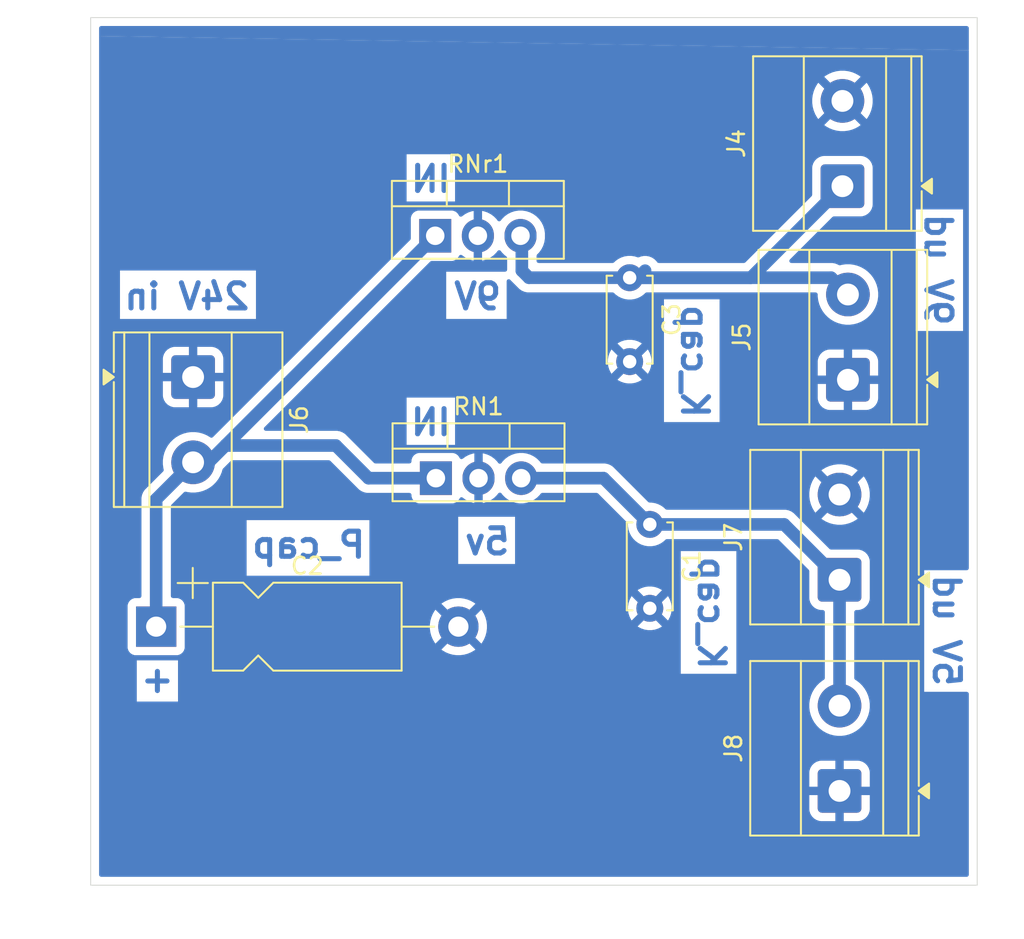
<source format=kicad_pcb>
(kicad_pcb (version 20241229) (generator "pcbnew") (generator_version "9.0")
  (layers (0 "F.Cu" signal) (2 "B.Cu" signal) (13 "F.Paste" user) (15 "B.Paste" user) (5 "F.SilkS" user "F.Silkscreen") (7 "B.SilkS" user "B.Silkscreen") (1 "F.Mask" user) (3 "B.Mask" user) (25 "Edge.Cuts" user))
  (net 0 "")
  (net 1 "GND")
  (net 2 "Net-(J4-Pin_1)")
  (net 3 "/5V")
  (net 4 "Net-(J6-Pin_2)")
  (footprint "Capacitor_THT:C_Disc_D5.0mm_W2.5mm_P5.00mm" (layer "F.Cu") (at 54.2 48.7 -90)
    (property "Reference" "C1" (at 2.5 -2.5 90) (layer "F.SilkS"))
    (property "Value" "Kermaisk_cap")
    (fp_line (start -0.12 1.37) (end 5.12 1.37) (stroke (width 0.12)) (layer "F.SilkS"))
    (fp_line (start -0.12 1.033) (end -0.12 1.37) (stroke (width 0.12)) (layer "F.SilkS"))
    (fp_line (start 5.12 1.033) (end 5.12 1.37) (stroke (width 0.12)) (layer "F.SilkS"))
    (fp_line (start -0.12 -1.37) (end -0.12 -1.033) (stroke (width 0.12)) (layer "F.SilkS"))
    (fp_line (start -0.12 -1.37) (end 5.12 -1.37) (stroke (width 0.12)) (layer "F.SilkS"))
    (fp_line (start 5.12 -1.37) (end 5.12 -1.033) (stroke (width 0.12)) (layer "F.SilkS"))
    (pad "1" thru_hole circle (at 0 0 270) (size 1.6 1.6) (drill 0.8) (layers "*.Cu" "*.Mask") (net 3 "/5V"))
    (pad "2" thru_hole circle (at 5 0 270) (size 1.6 1.6) (drill 0.8) (layers "*.Cu" "*.Mask") (net 1 "GND"))
  )
  (footprint "Package_TO_SOT_THT:TO-220-3_Vertical" (layer "F.Cu") (at 41.46 45.945)
    (property "Reference" "RN1" (at 2.54 -4.27 0) (layer "F.SilkS"))
    (property "Value" "5V_div")
    (fp_line (start -2.58 -3.27) (end -2.58 1.371) (stroke (width 0.12)) (layer "F.SilkS"))
    (fp_line (start -2.58 -3.27) (end 7.66 -3.27) (stroke (width 0.12)) (layer "F.SilkS"))
    (fp_line (start -2.58 -1.76) (end 7.66 -1.76) (stroke (width 0.12)) (layer "F.SilkS"))
    (fp_line (start -2.58 1.371) (end 7.66 1.371) (stroke (width 0.12)) (layer "F.SilkS"))
    (fp_line (start 0.69 -3.27) (end 0.69 -1.76) (stroke (width 0.12)) (layer "F.SilkS"))
    (fp_line (start 4.391 -3.27) (end 4.391 -1.76) (stroke (width 0.12)) (layer "F.SilkS"))
    (fp_line (start 7.66 -3.27) (end 7.66 1.371) (stroke (width 0.12)) (layer "F.SilkS"))
    (pad "1" thru_hole rect (at 0 0) (size 1.905 2) (drill 1.1) (layers "*.Cu" "*.Mask") (net 4 "Net-(J6-Pin_2)"))
    (pad "2" thru_hole oval (at 2.54 0) (size 1.905 2) (drill 1.1) (layers "*.Cu" "*.Mask") (net 1 "GND"))
    (pad "3" thru_hole oval (at 5.08 0) (size 1.905 2) (drill 1.1) (layers "*.Cu" "*.Mask") (net 3 "/5V"))
  )
  (footprint "TerminalBlock_Phoenix:TerminalBlock_Phoenix_MKDS-1,5-2-5.08_1x02_P5.08mm_Horizontal" (layer "F.Cu") (at 66 40.08 90)
    (property "Reference" "J5" (at 2.54 -6.32 90) (layer "F.SilkS"))
    (property "Value" "Screw_Terminal_01x02")
    (fp_line (start 7.74 -5.32) (end 7.74 4.72) (stroke (width 0.12)) (layer "F.SilkS"))
    (fp_line (start -2.66 -5.32) (end 7.74 -5.32) (stroke (width 0.12)) (layer "F.SilkS"))
    (fp_line (start -2.66 -5.32) (end -2.66 4.72) (stroke (width 0.12)) (layer "F.SilkS"))
    (fp_line (start -2.66 -2.3) (end 7.74 -2.3) (stroke (width 0.12)) (layer "F.SilkS"))
    (fp_line (start -2.66 2.6) (end 7.74 2.6) (stroke (width 0.12)) (layer "F.SilkS"))
    (fp_line (start -2.66 4.1) (end 7.74 4.1) (stroke (width 0.12)) (layer "F.SilkS"))
    (fp_line (start 0.3 4.72) (end 7.74 4.72) (stroke (width 0.12)) (layer "F.SilkS"))
    (fp_line (start -2.66 4.72) (end -0.3 4.72) (stroke (width 0.12)) (layer "F.SilkS"))
    (fp_poly (pts (xy 0 4.72) (xy 0.44 5.33) (xy -0.44 5.33)) (stroke (width 0.12)) (fill yes) (layer "F.SilkS"))
    (pad "1" thru_hole roundrect (at 0 0 90) (size 2.6 2.6) (drill 1.3) (layers "*.Cu" "*.Mask") (roundrect_rratio 0.096154) (net 1 "GND"))
    (pad "2" thru_hole circle (at 5.08 0 90) (size 2.6 2.6) (drill 1.3) (layers "*.Cu" "*.Mask") (net 2 "Net-(J4-Pin_1)"))
  )
  (footprint "Package_TO_SOT_THT:TO-220-3_Vertical" (layer "F.Cu") (at 41.42 31.5)
    (property "Reference" "RNr1" (at 2.54 -4.27 0) (layer "F.SilkS"))
    (property "Value" "9V_div")
    (fp_line (start -2.58 -3.27) (end -2.58 1.371) (stroke (width 0.12)) (layer "F.SilkS"))
    (fp_line (start -2.58 -3.27) (end 7.66 -3.27) (stroke (width 0.12)) (layer "F.SilkS"))
    (fp_line (start -2.58 -1.76) (end 7.66 -1.76) (stroke (width 0.12)) (layer "F.SilkS"))
    (fp_line (start -2.58 1.371) (end 7.66 1.371) (stroke (width 0.12)) (layer "F.SilkS"))
    (fp_line (start 0.69 -3.27) (end 0.69 -1.76) (stroke (width 0.12)) (layer "F.SilkS"))
    (fp_line (start 4.391 -3.27) (end 4.391 -1.76) (stroke (width 0.12)) (layer "F.SilkS"))
    (fp_line (start 7.66 -3.27) (end 7.66 1.371) (stroke (width 0.12)) (layer "F.SilkS"))
    (pad "1" thru_hole rect (at 0 0) (size 1.905 2) (drill 1.1) (layers "*.Cu" "*.Mask") (net 4 "Net-(J6-Pin_2)"))
    (pad "2" thru_hole oval (at 2.54 0) (size 1.905 2) (drill 1.1) (layers "*.Cu" "*.Mask") (net 1 "GND"))
    (pad "3" thru_hole oval (at 5.08 0) (size 1.905 2) (drill 1.1) (layers "*.Cu" "*.Mask") (net 2 "Net-(J4-Pin_1)"))
  )
  (footprint "TerminalBlock_Phoenix:TerminalBlock_Phoenix_MKDS-1,5-2-5.08_1x02_P5.08mm_Horizontal" (layer "F.Cu") (at 65.5 52 90)
    (property "Reference" "J7" (at 2.54 -6.32 90) (layer "F.SilkS"))
    (property "Value" "Screw_Terminal_01x02")
    (fp_line (start 7.74 -5.32) (end 7.74 4.72) (stroke (width 0.12)) (layer "F.SilkS"))
    (fp_line (start -2.66 -5.32) (end 7.74 -5.32) (stroke (width 0.12)) (layer "F.SilkS"))
    (fp_line (start -2.66 -5.32) (end -2.66 4.72) (stroke (width 0.12)) (layer "F.SilkS"))
    (fp_line (start -2.66 -2.3) (end 7.74 -2.3) (stroke (width 0.12)) (layer "F.SilkS"))
    (fp_line (start -2.66 2.6) (end 7.74 2.6) (stroke (width 0.12)) (layer "F.SilkS"))
    (fp_line (start -2.66 4.1) (end 7.74 4.1) (stroke (width 0.12)) (layer "F.SilkS"))
    (fp_line (start 0.3 4.72) (end 7.74 4.72) (stroke (width 0.12)) (layer "F.SilkS"))
    (fp_line (start -2.66 4.72) (end -0.3 4.72) (stroke (width 0.12)) (layer "F.SilkS"))
    (fp_poly (pts (xy 0 4.72) (xy 0.44 5.33) (xy -0.44 5.33)) (stroke (width 0.12)) (fill yes) (layer "F.SilkS"))
    (pad "1" thru_hole roundrect (at 0 0 90) (size 2.6 2.6) (drill 1.3) (layers "*.Cu" "*.Mask") (roundrect_rratio 0.096154) (net 3 "/5V"))
    (pad "2" thru_hole circle (at 5.08 0 90) (size 2.6 2.6) (drill 1.3) (layers "*.Cu" "*.Mask") (net 1 "GND"))
  )
  (footprint "TerminalBlock_Phoenix:TerminalBlock_Phoenix_MKDS-1,5-2-5.08_1x02_P5.08mm_Horizontal" (layer "F.Cu") (at 65.5 64.58 90)
    (property "Reference" "J8" (at 2.54 -6.32 90) (layer "F.SilkS"))
    (property "Value" "Screw_Terminal_01x02")
    (fp_line (start 7.74 -5.32) (end 7.74 4.72) (stroke (width 0.12)) (layer "F.SilkS"))
    (fp_line (start -2.66 -5.32) (end 7.74 -5.32) (stroke (width 0.12)) (layer "F.SilkS"))
    (fp_line (start -2.66 -5.32) (end -2.66 4.72) (stroke (width 0.12)) (layer "F.SilkS"))
    (fp_line (start -2.66 -2.3) (end 7.74 -2.3) (stroke (width 0.12)) (layer "F.SilkS"))
    (fp_line (start -2.66 2.6) (end 7.74 2.6) (stroke (width 0.12)) (layer "F.SilkS"))
    (fp_line (start -2.66 4.1) (end 7.74 4.1) (stroke (width 0.12)) (layer "F.SilkS"))
    (fp_line (start 0.3 4.72) (end 7.74 4.72) (stroke (width 0.12)) (layer "F.SilkS"))
    (fp_line (start -2.66 4.72) (end -0.3 4.72) (stroke (width 0.12)) (layer "F.SilkS"))
    (fp_poly (pts (xy 0 4.72) (xy 0.44 5.33) (xy -0.44 5.33)) (stroke (width 0.12)) (fill yes) (layer "F.SilkS"))
    (pad "1" thru_hole roundrect (at 0 0 90) (size 2.6 2.6) (drill 1.3) (layers "*.Cu" "*.Mask") (roundrect_rratio 0.096154) (net 1 "GND"))
    (pad "2" thru_hole circle (at 5.08 0 90) (size 2.6 2.6) (drill 1.3) (layers "*.Cu" "*.Mask") (net 3 "/5V"))
  )
  (footprint "TerminalBlock_Phoenix:TerminalBlock_Phoenix_MKDS-1,5-2-5.08_1x02_P5.08mm_Horizontal" (layer "F.Cu") (at 27 39.92 -90)
    (property "Reference" "J6" (at 2.54 -6.32 90) (layer "F.SilkS"))
    (property "Value" "Screw_Terminal_01x02")
    (fp_line (start -2.66 4.72) (end -0.3 4.72) (stroke (width 0.12)) (layer "F.SilkS"))
    (fp_line (start 0.3 4.72) (end 7.74 4.72) (stroke (width 0.12)) (layer "F.SilkS"))
    (fp_line (start -2.66 4.1) (end 7.74 4.1) (stroke (width 0.12)) (layer "F.SilkS"))
    (fp_line (start -2.66 2.6) (end 7.74 2.6) (stroke (width 0.12)) (layer "F.SilkS"))
    (fp_line (start -2.66 -2.3) (end 7.74 -2.3) (stroke (width 0.12)) (layer "F.SilkS"))
    (fp_line (start -2.66 -5.32) (end -2.66 4.72) (stroke (width 0.12)) (layer "F.SilkS"))
    (fp_line (start -2.66 -5.32) (end 7.74 -5.32) (stroke (width 0.12)) (layer "F.SilkS"))
    (fp_line (start 7.74 -5.32) (end 7.74 4.72) (stroke (width 0.12)) (layer "F.SilkS"))
    (fp_poly (pts (xy 0 4.72) (xy 0.44 5.33) (xy -0.44 5.33)) (stroke (width 0.12)) (fill yes) (layer "F.SilkS"))
    (pad "1" thru_hole roundrect (at 0 0 270) (size 2.6 2.6) (drill 1.3) (layers "*.Cu" "*.Mask") (roundrect_rratio 0.096154) (net 1 "GND"))
    (pad "2" thru_hole circle (at 5.08 0 270) (size 2.6 2.6) (drill 1.3) (layers "*.Cu" "*.Mask") (net 4 "Net-(J6-Pin_2)"))
  )
  (footprint "TerminalBlock_Phoenix:TerminalBlock_Phoenix_MKDS-1,5-2-5.08_1x02_P5.08mm_Horizontal" (layer "F.Cu") (at 65.6725 28.545 90)
    (property "Reference" "J4" (at 2.54 -6.32 90) (layer "F.SilkS"))
    (property "Value" "Screw_Terminal_01x02")
    (fp_line (start 7.74 -5.32) (end 7.74 4.72) (stroke (width 0.12)) (layer "F.SilkS"))
    (fp_line (start -2.66 -5.32) (end 7.74 -5.32) (stroke (width 0.12)) (layer "F.SilkS"))
    (fp_line (start -2.66 -5.32) (end -2.66 4.72) (stroke (width 0.12)) (layer "F.SilkS"))
    (fp_line (start -2.66 -2.3) (end 7.74 -2.3) (stroke (width 0.12)) (layer "F.SilkS"))
    (fp_line (start -2.66 2.6) (end 7.74 2.6) (stroke (width 0.12)) (layer "F.SilkS"))
    (fp_line (start -2.66 4.1) (end 7.74 4.1) (stroke (width 0.12)) (layer "F.SilkS"))
    (fp_line (start 0.3 4.72) (end 7.74 4.72) (stroke (width 0.12)) (layer "F.SilkS"))
    (fp_line (start -2.66 4.72) (end -0.3 4.72) (stroke (width 0.12)) (layer "F.SilkS"))
    (fp_poly (pts (xy 0 4.72) (xy 0.44 5.33) (xy -0.44 5.33)) (stroke (width 0.12)) (fill yes) (layer "F.SilkS"))
    (pad "1" thru_hole roundrect (at 0 0 90) (size 2.6 2.6) (drill 1.3) (layers "*.Cu" "*.Mask") (roundrect_rratio 0.096154) (net 2 "Net-(J4-Pin_1)"))
    (pad "2" thru_hole circle (at 5.08 0 90) (size 2.6 2.6) (drill 1.3) (layers "*.Cu" "*.Mask") (net 1 "GND"))
  )
  (footprint "Capacitor_THT:C_Disc_D5.0mm_W2.5mm_P5.00mm" (layer "F.Cu") (at 53 34 -90)
    (property "Reference" "C3" (at 2.5 -2.5 90) (layer "F.SilkS"))
    (property "Value" "Kermaisk_cap")
    (fp_line (start -0.12 1.37) (end 5.12 1.37) (stroke (width 0.12)) (layer "F.SilkS"))
    (fp_line (start -0.12 1.033) (end -0.12 1.37) (stroke (width 0.12)) (layer "F.SilkS"))
    (fp_line (start 5.12 1.033) (end 5.12 1.37) (stroke (width 0.12)) (layer "F.SilkS"))
    (fp_line (start -0.12 -1.37) (end -0.12 -1.033) (stroke (width 0.12)) (layer "F.SilkS"))
    (fp_line (start -0.12 -1.37) (end 5.12 -1.37) (stroke (width 0.12)) (layer "F.SilkS"))
    (fp_line (start 5.12 -1.37) (end 5.12 -1.033) (stroke (width 0.12)) (layer "F.SilkS"))
    (pad "1" thru_hole circle (at 0 0 270) (size 1.6 1.6) (drill 0.8) (layers "*.Cu" "*.Mask") (net 2 "Net-(J4-Pin_1)"))
    (pad "2" thru_hole circle (at 5 0 270) (size 1.6 1.6) (drill 0.8) (layers "*.Cu" "*.Mask") (net 1 "GND"))
  )
  (footprint "Capacitor_THT:CP_Axial_L11.0mm_D5.0mm_P18.00mm_Horizontal" (layer "F.Cu") (at 24.8 54.7925)
    (property "Reference" "C2" (at 9 -3.62 0) (layer "F.SilkS"))
    (property "Value" "Polarisede_cap")
    (fp_line (start 1.28 -2.6) (end 3.08 -2.6) (stroke (width 0.12)) (layer "F.SilkS"))
    (fp_line (start 1.44 0) (end 3.38 0) (stroke (width 0.12)) (layer "F.SilkS"))
    (fp_line (start 2.18 -3.5) (end 2.18 -1.7) (stroke (width 0.12)) (layer "F.SilkS"))
    (fp_line (start 3.38 -2.62) (end 3.38 2.62) (stroke (width 0.12)) (layer "F.SilkS"))
    (fp_line (start 3.38 -2.62) (end 5.18 -2.62) (stroke (width 0.12)) (layer "F.SilkS"))
    (fp_line (start 3.38 2.62) (end 5.18 2.62) (stroke (width 0.12)) (layer "F.SilkS"))
    (fp_line (start 5.18 -2.62) (end 6.08 -1.72) (stroke (width 0.12)) (layer "F.SilkS"))
    (fp_line (start 5.18 2.62) (end 6.08 1.72) (stroke (width 0.12)) (layer "F.SilkS"))
    (fp_line (start 6.08 -1.72) (end 6.98 -2.62) (stroke (width 0.12)) (layer "F.SilkS"))
    (fp_line (start 6.08 1.72) (end 6.98 2.62) (stroke (width 0.12)) (layer "F.SilkS"))
    (fp_line (start 6.98 -2.62) (end 14.62 -2.62) (stroke (width 0.12)) (layer "F.SilkS"))
    (fp_line (start 6.98 2.62) (end 14.62 2.62) (stroke (width 0.12)) (layer "F.SilkS"))
    (fp_line (start 14.62 -2.62) (end 14.62 2.62) (stroke (width 0.12)) (layer "F.SilkS"))
    (fp_line (start 16.56 0) (end 14.62 0) (stroke (width 0.12)) (layer "F.SilkS"))
    (pad "1" thru_hole rect (at 0 0) (size 2.4 2.4) (drill 1.2) (layers "*.Cu" "*.Mask") (net 4 "Net-(J6-Pin_2)"))
    (pad "2" thru_hole circle (at 18 0) (size 2.4 2.4) (drill 1.2) (layers "*.Cu" "*.Mask") (net 1 "GND"))
  )
  (gr_rect (start 20.9 18.5) (end 73.7 70.2) (stroke (width 0.05)) (fill no) (layer "Edge.Cuts"))
  (gr_text "9V ud\n" (at 70.5 37 270) (layer "B.Cu") (effects (font (size 1.5 1.5) (thickness 0.3) (bold yes)) (justify left bottom mirror)))
  (gr_text "IN" (at 42.5 29 0) (layer "B.Cu") (effects (font (size 1.5 1.5) (thickness 0.3) (bold yes)) (justify left bottom mirror)))
  (gr_text "+\n" (at 26 58.8 0) (layer "B.Cu") (effects (font (size 1.5 1.5) (thickness 0.3) (bold yes)) (justify left bottom mirror)))
  (gr_text "9V\n" (at 45.5 36 0) (layer "B.Cu") (effects (font (size 1.5 1.5) (thickness 0.3) (bold yes)) (justify left bottom mirror)))
  (gr_text "5V ud\n" (at 71 58.5 270) (layer "B.Cu") (effects (font (size 1.5 1.5) (thickness 0.3) (bold yes)) (justify left bottom mirror)))
  (gr_text "K_cap\n" (at 57 57.5 270) (layer "B.Cu") (effects (font (size 1.5 1.5) (thickness 0.3) (bold yes)) (justify left bottom mirror)))
  (gr_text "IN" (at 42.5 43.5 0) (layer "B.Cu") (effects (font (size 1.5 1.5) (thickness 0.3) (bold yes)) (justify left bottom mirror)))
  (gr_text "P_cap\n" (at 37.4 50.8 0) (layer "B.Cu") (effects (font (size 1.5 1.5) (thickness 0.3) (bold yes)) (justify left bottom mirror)))
  (gr_text "K_cap\n" (at 56 42.5 270) (layer "B.Cu") (effects (font (size 1.5 1.5) (thickness 0.3) (bold yes)) (justify left bottom mirror)))
  (gr_text "5v" (at 46 50.6 0) (layer "B.Cu") (effects (font (size 1.5 1.5) (thickness 0.3) (bold yes)) (justify left bottom mirror)))
  (gr_text "24V in\n" (at 30.5 36 0) (layer "B.Cu") (effects (font (size 1.5 1.5) (thickness 0.3) (bold yes)) (justify left bottom mirror)))
  (segment (start 53 34) (end 60.2175 34) (width 0.75) (layer "B.Cu") (net 2))
  (segment (start 65 34) (end 66 35) (width 0.75) (layer "B.Cu") (net 2))
  (segment (start 46.58 33.58) (end 47 34) (width 0.75) (layer "B.Cu") (net 2))
  (segment (start 47 34) (end 53 34) (width 0.75) (layer "B.Cu") (net 2))
  (segment (start 46.58 31.945) (end 46.58 33.58) (width 0.75) (layer "B.Cu") (net 2))
  (segment (start 53 34) (end 65 34) (width 0.75) (layer "B.Cu") (net 2))
  (segment (start 53.5 34) (end 53.92 33.58) (width 0.75) (layer "B.Cu") (net 2))
  (segment (start 60.2175 34) (end 65.6725 28.545) (width 0.75) (layer "B.Cu") (net 2))
  (segment (start 53 34) (end 53.5 34) (width 0.75) (layer "B.Cu") (net 2))
  (segment (start 65.5 52) (end 65.5 59.5) (width 0.75) (layer "B.Cu") (net 3))
  (segment (start 54.2 48.7) (end 62.2 48.7) (width 0.75) (layer "B.Cu") (net 3))
  (segment (start 46.54 45.945) (end 51.445 45.945) (width 0.75) (layer "B.Cu") (net 3))
  (segment (start 51.445 45.945) (end 54.2 48.7) (width 0.75) (layer "B.Cu") (net 3))
  (segment (start 62.2 48.7) (end 65.5 52) (width 0.75) (layer "B.Cu") (net 3))
  (segment (start 27 45) (end 24.8 47.2) (width 0.75) (layer "B.Cu") (net 4))
  (segment (start 27 45) (end 27.92 45) (width 0.75) (layer "B.Cu") (net 4))
  (segment (start 28.96 43.96) (end 29 44) (width 0.75) (layer "B.Cu") (net 4))
  (segment (start 27.92 45) (end 28.96 43.96) (width 0.75) (layer "B.Cu") (net 4))
  (segment (start 28.96 43.96) (end 41.42 31.5) (width 0.75) (layer "B.Cu") (net 4))
  (segment (start 24.8 47.2) (end 24.8 54.7925) (width 0.75) (layer "B.Cu") (net 4))
  (segment (start 35.5 44) (end 37.445 45.945) (width 0.75) (layer "B.Cu") (net 4))
  (segment (start 26.8275 45.075) (end 26.8275 45.2275) (width 0.75) (layer "B.Cu") (net 4))
  (segment (start 29 44) (end 35.5 44) (width 0.75) (layer "B.Cu") (net 4))
  (segment (start 37.445 45.945) (end 41.46 45.945) (width 0.75) (layer "B.Cu") (net 4))
  (zone (net 1) (net_name "GND") (layer "B.Cu") (connect_pads (clearance 0.5)) (min_thickness 0.25) (fill yes (thermal_gap 0.5) (thermal_bridge_width 0.5))
    (polygon (pts (xy 74.435898 19) (xy 17.064935 19) (xy 16.5 62.5) (xy 75 63)))
  )
  (zone (net 1) (net_name "GND") (layer "B.Cu") (priority 1) (connect_pads (clearance 0.5)) (min_thickness 0.25) (fill yes (thermal_gap 0.5) (thermal_bridge_width 0.5))
    (polygon (pts (xy 76.5 20.5) (xy 15.5 19.5) (xy 16.742246 72.916604) (xy 75.122537 73.41558) (xy 74.5 20.5)))
  )
)
</source>
